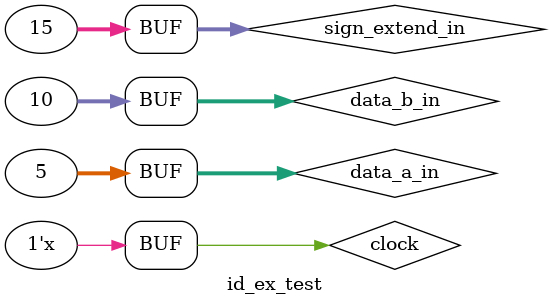
<source format=v>
`timescale 1ns / 1ps


module id_ex_test;

	// Inputs
	reg [31:0] data_a_in;
	reg [31:0] data_b_in;
	reg [31:0] sign_extend_in;
	reg clock;

	// Outputs
	wire [31:0] data_a_out;
	wire [31:0] data_b_out;
	wire [31:0] sign_extend_out;

	// Instantiate the Unit Under Test (UUT)
	id_ex uut (
		.data_a_in(data_a_in), 
		.data_b_in(data_b_in), 
		.sign_extend_in(sign_extend_in), 
		.clock(clock), 
		.data_a_out(data_a_out), 
		.data_b_out(data_b_out), 
		.sign_extend_out(sign_extend_out)
	);

	always #1 clock = ~clock;

	initial begin
		// Initialize Inputs
		data_a_in = 0;
		data_b_in = 0;
		sign_extend_in = 0;
		clock = 0;

		// Wait 100 ns for global reset to finish
		#100;
		
		data_a_in = 5;
		data_b_in = 10;
		sign_extend_in = 15;
		#2;
        
		// Add stimulus here

	end
      
endmodule


</source>
